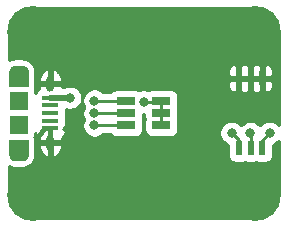
<source format=gbr>
G04 #@! TF.GenerationSoftware,KiCad,Pcbnew,(5.1.9)-1*
G04 #@! TF.CreationDate,2021-01-18T01:03:21-08:00*
G04 #@! TF.ProjectId,AnalogFaderV1,416e616c-6f67-4466-9164-657256312e6b,rev?*
G04 #@! TF.SameCoordinates,Original*
G04 #@! TF.FileFunction,Copper,L1,Top*
G04 #@! TF.FilePolarity,Positive*
%FSLAX46Y46*%
G04 Gerber Fmt 4.6, Leading zero omitted, Abs format (unit mm)*
G04 Created by KiCad (PCBNEW (5.1.9)-1) date 2021-01-18 01:03:21*
%MOMM*%
%LPD*%
G01*
G04 APERTURE LIST*
G04 #@! TA.AperFunction,EtchedComponent*
%ADD10C,0.001000*%
G04 #@! TD*
G04 #@! TA.AperFunction,ComponentPad*
%ADD11C,4.399999*%
G04 #@! TD*
G04 #@! TA.AperFunction,SMDPad,CuDef*
%ADD12R,1.350000X0.400000*%
G04 #@! TD*
G04 #@! TA.AperFunction,ComponentPad*
%ADD13O,0.650000X1.300000*%
G04 #@! TD*
G04 #@! TA.AperFunction,ComponentPad*
%ADD14O,1.550000X0.775000*%
G04 #@! TD*
G04 #@! TA.AperFunction,SMDPad,CuDef*
%ADD15R,1.550000X1.500000*%
G04 #@! TD*
G04 #@! TA.AperFunction,SMDPad,CuDef*
%ADD16R,0.500000X1.200000*%
G04 #@! TD*
G04 #@! TA.AperFunction,SMDPad,CuDef*
%ADD17R,1.600000X0.700000*%
G04 #@! TD*
G04 #@! TA.AperFunction,ViaPad*
%ADD18C,0.800000*%
G04 #@! TD*
G04 #@! TA.AperFunction,Conductor*
%ADD19C,0.457200*%
G04 #@! TD*
G04 #@! TA.AperFunction,Conductor*
%ADD20C,0.250000*%
G04 #@! TD*
G04 #@! TA.AperFunction,Conductor*
%ADD21C,0.482600*%
G04 #@! TD*
G04 #@! TA.AperFunction,Conductor*
%ADD22C,0.254000*%
G04 #@! TD*
G04 #@! TA.AperFunction,Conductor*
%ADD23C,0.100000*%
G04 #@! TD*
G04 APERTURE END LIST*
D10*
G36*
X112486900Y-46589900D02*
G01*
X110931900Y-46589900D01*
X110931900Y-45392400D01*
X111131900Y-45392400D01*
X111132238Y-45404169D01*
X111133260Y-45417152D01*
X111134959Y-45430064D01*
X111137333Y-45442869D01*
X111140373Y-45455532D01*
X111144072Y-45468019D01*
X111148419Y-45480295D01*
X111153403Y-45492327D01*
X111159009Y-45504082D01*
X111165223Y-45515527D01*
X111172028Y-45526631D01*
X111179404Y-45537363D01*
X111187333Y-45547695D01*
X111195790Y-45557598D01*
X111204755Y-45567045D01*
X111214202Y-45576010D01*
X111224105Y-45584467D01*
X111234437Y-45592396D01*
X111245169Y-45599772D01*
X111256273Y-45606577D01*
X111267718Y-45612791D01*
X111279473Y-45618397D01*
X111291505Y-45623381D01*
X111303781Y-45627728D01*
X111316268Y-45631427D01*
X111328931Y-45634467D01*
X111341736Y-45636841D01*
X111354648Y-45638540D01*
X111367631Y-45639562D01*
X111381900Y-45639900D01*
X111391900Y-45639900D01*
X112021900Y-45639900D01*
X112031900Y-45639900D01*
X112044984Y-45639557D01*
X112058032Y-45638530D01*
X112071009Y-45636822D01*
X112083878Y-45634437D01*
X112096605Y-45631381D01*
X112109154Y-45627664D01*
X112121492Y-45623295D01*
X112133584Y-45618286D01*
X112145398Y-45612652D01*
X112156900Y-45606406D01*
X112168060Y-45599568D01*
X112178846Y-45592154D01*
X112189230Y-45584186D01*
X112199183Y-45575686D01*
X112208677Y-45566677D01*
X112217686Y-45557183D01*
X112226186Y-45547230D01*
X112234154Y-45536846D01*
X112241568Y-45526060D01*
X112248406Y-45514900D01*
X112254652Y-45503398D01*
X112260286Y-45491584D01*
X112265295Y-45479492D01*
X112269664Y-45467154D01*
X112273381Y-45454605D01*
X112276437Y-45441878D01*
X112278822Y-45429009D01*
X112280530Y-45416032D01*
X112281557Y-45402984D01*
X112281900Y-45389900D01*
X112281557Y-45376816D01*
X112280530Y-45363768D01*
X112278822Y-45350791D01*
X112276437Y-45337922D01*
X112273381Y-45325195D01*
X112269664Y-45312646D01*
X112265295Y-45300308D01*
X112260286Y-45288216D01*
X112254652Y-45276402D01*
X112248406Y-45264900D01*
X112241568Y-45253740D01*
X112234154Y-45242954D01*
X112226186Y-45232570D01*
X112217686Y-45222617D01*
X112208677Y-45213123D01*
X112199183Y-45204114D01*
X112189230Y-45195614D01*
X112178846Y-45187646D01*
X112168060Y-45180232D01*
X112156900Y-45173394D01*
X112145398Y-45167148D01*
X112133584Y-45161514D01*
X112121492Y-45156505D01*
X112109154Y-45152136D01*
X112096605Y-45148419D01*
X112083878Y-45145363D01*
X112071009Y-45142978D01*
X112058032Y-45141270D01*
X112044984Y-45140243D01*
X112031900Y-45139900D01*
X111381900Y-45139900D01*
X111367631Y-45140238D01*
X111354648Y-45141260D01*
X111341736Y-45142959D01*
X111328931Y-45145333D01*
X111316268Y-45148373D01*
X111303781Y-45152072D01*
X111291505Y-45156419D01*
X111279473Y-45161403D01*
X111267718Y-45167009D01*
X111256273Y-45173223D01*
X111245169Y-45180028D01*
X111234437Y-45187404D01*
X111224105Y-45195333D01*
X111214202Y-45203790D01*
X111204755Y-45212755D01*
X111195790Y-45222202D01*
X111187333Y-45232105D01*
X111179404Y-45242437D01*
X111172028Y-45253169D01*
X111165223Y-45264273D01*
X111159009Y-45275718D01*
X111153403Y-45287473D01*
X111148419Y-45299505D01*
X111144072Y-45311781D01*
X111140373Y-45324268D01*
X111137333Y-45336931D01*
X111134959Y-45349736D01*
X111133260Y-45362648D01*
X111132238Y-45375631D01*
X111131900Y-45387400D01*
X110931900Y-45387400D01*
X110932582Y-45362547D01*
X110934631Y-45336516D01*
X110938039Y-45310628D01*
X110942797Y-45284954D01*
X110948893Y-45259564D01*
X110956309Y-45234527D01*
X110965025Y-45209913D01*
X110975018Y-45185789D01*
X110986259Y-45162222D01*
X110998718Y-45139274D01*
X111012362Y-45117010D01*
X111027152Y-45095491D01*
X111043047Y-45074775D01*
X111060005Y-45054920D01*
X111077979Y-45035979D01*
X111096920Y-45018005D01*
X111116775Y-45001047D01*
X111137491Y-44985152D01*
X111159010Y-44970362D01*
X111181274Y-44956718D01*
X111204222Y-44944259D01*
X111227789Y-44933018D01*
X111251913Y-44923025D01*
X111276527Y-44914309D01*
X111301564Y-44906893D01*
X111326954Y-44900797D01*
X111352628Y-44896039D01*
X111378516Y-44892631D01*
X111404547Y-44890582D01*
X111431900Y-44889900D01*
X111981900Y-44889900D01*
X112008068Y-44890585D01*
X112034164Y-44892639D01*
X112060117Y-44896056D01*
X112085856Y-44900826D01*
X112111310Y-44906937D01*
X112136408Y-44914372D01*
X112161084Y-44923110D01*
X112185268Y-44933127D01*
X112208895Y-44944397D01*
X112231900Y-44956887D01*
X112254220Y-44970565D01*
X112275793Y-44985392D01*
X112296560Y-45001327D01*
X112316465Y-45018328D01*
X112335453Y-45036347D01*
X112353472Y-45055335D01*
X112370473Y-45075240D01*
X112386408Y-45096007D01*
X112401235Y-45117580D01*
X112414913Y-45139900D01*
X112427403Y-45162905D01*
X112438673Y-45186532D01*
X112448690Y-45210716D01*
X112457428Y-45235392D01*
X112464863Y-45260490D01*
X112470974Y-45285944D01*
X112475744Y-45311683D01*
X112479161Y-45337636D01*
X112481215Y-45363732D01*
X112481900Y-45389900D01*
X112481900Y-46584900D01*
X112486900Y-46584900D01*
X112486900Y-46589900D01*
G37*
X112486900Y-46589900D02*
X110931900Y-46589900D01*
X110931900Y-45392400D01*
X111131900Y-45392400D01*
X111132238Y-45404169D01*
X111133260Y-45417152D01*
X111134959Y-45430064D01*
X111137333Y-45442869D01*
X111140373Y-45455532D01*
X111144072Y-45468019D01*
X111148419Y-45480295D01*
X111153403Y-45492327D01*
X111159009Y-45504082D01*
X111165223Y-45515527D01*
X111172028Y-45526631D01*
X111179404Y-45537363D01*
X111187333Y-45547695D01*
X111195790Y-45557598D01*
X111204755Y-45567045D01*
X111214202Y-45576010D01*
X111224105Y-45584467D01*
X111234437Y-45592396D01*
X111245169Y-45599772D01*
X111256273Y-45606577D01*
X111267718Y-45612791D01*
X111279473Y-45618397D01*
X111291505Y-45623381D01*
X111303781Y-45627728D01*
X111316268Y-45631427D01*
X111328931Y-45634467D01*
X111341736Y-45636841D01*
X111354648Y-45638540D01*
X111367631Y-45639562D01*
X111381900Y-45639900D01*
X111391900Y-45639900D01*
X112021900Y-45639900D01*
X112031900Y-45639900D01*
X112044984Y-45639557D01*
X112058032Y-45638530D01*
X112071009Y-45636822D01*
X112083878Y-45634437D01*
X112096605Y-45631381D01*
X112109154Y-45627664D01*
X112121492Y-45623295D01*
X112133584Y-45618286D01*
X112145398Y-45612652D01*
X112156900Y-45606406D01*
X112168060Y-45599568D01*
X112178846Y-45592154D01*
X112189230Y-45584186D01*
X112199183Y-45575686D01*
X112208677Y-45566677D01*
X112217686Y-45557183D01*
X112226186Y-45547230D01*
X112234154Y-45536846D01*
X112241568Y-45526060D01*
X112248406Y-45514900D01*
X112254652Y-45503398D01*
X112260286Y-45491584D01*
X112265295Y-45479492D01*
X112269664Y-45467154D01*
X112273381Y-45454605D01*
X112276437Y-45441878D01*
X112278822Y-45429009D01*
X112280530Y-45416032D01*
X112281557Y-45402984D01*
X112281900Y-45389900D01*
X112281557Y-45376816D01*
X112280530Y-45363768D01*
X112278822Y-45350791D01*
X112276437Y-45337922D01*
X112273381Y-45325195D01*
X112269664Y-45312646D01*
X112265295Y-45300308D01*
X112260286Y-45288216D01*
X112254652Y-45276402D01*
X112248406Y-45264900D01*
X112241568Y-45253740D01*
X112234154Y-45242954D01*
X112226186Y-45232570D01*
X112217686Y-45222617D01*
X112208677Y-45213123D01*
X112199183Y-45204114D01*
X112189230Y-45195614D01*
X112178846Y-45187646D01*
X112168060Y-45180232D01*
X112156900Y-45173394D01*
X112145398Y-45167148D01*
X112133584Y-45161514D01*
X112121492Y-45156505D01*
X112109154Y-45152136D01*
X112096605Y-45148419D01*
X112083878Y-45145363D01*
X112071009Y-45142978D01*
X112058032Y-45141270D01*
X112044984Y-45140243D01*
X112031900Y-45139900D01*
X111381900Y-45139900D01*
X111367631Y-45140238D01*
X111354648Y-45141260D01*
X111341736Y-45142959D01*
X111328931Y-45145333D01*
X111316268Y-45148373D01*
X111303781Y-45152072D01*
X111291505Y-45156419D01*
X111279473Y-45161403D01*
X111267718Y-45167009D01*
X111256273Y-45173223D01*
X111245169Y-45180028D01*
X111234437Y-45187404D01*
X111224105Y-45195333D01*
X111214202Y-45203790D01*
X111204755Y-45212755D01*
X111195790Y-45222202D01*
X111187333Y-45232105D01*
X111179404Y-45242437D01*
X111172028Y-45253169D01*
X111165223Y-45264273D01*
X111159009Y-45275718D01*
X111153403Y-45287473D01*
X111148419Y-45299505D01*
X111144072Y-45311781D01*
X111140373Y-45324268D01*
X111137333Y-45336931D01*
X111134959Y-45349736D01*
X111133260Y-45362648D01*
X111132238Y-45375631D01*
X111131900Y-45387400D01*
X110931900Y-45387400D01*
X110932582Y-45362547D01*
X110934631Y-45336516D01*
X110938039Y-45310628D01*
X110942797Y-45284954D01*
X110948893Y-45259564D01*
X110956309Y-45234527D01*
X110965025Y-45209913D01*
X110975018Y-45185789D01*
X110986259Y-45162222D01*
X110998718Y-45139274D01*
X111012362Y-45117010D01*
X111027152Y-45095491D01*
X111043047Y-45074775D01*
X111060005Y-45054920D01*
X111077979Y-45035979D01*
X111096920Y-45018005D01*
X111116775Y-45001047D01*
X111137491Y-44985152D01*
X111159010Y-44970362D01*
X111181274Y-44956718D01*
X111204222Y-44944259D01*
X111227789Y-44933018D01*
X111251913Y-44923025D01*
X111276527Y-44914309D01*
X111301564Y-44906893D01*
X111326954Y-44900797D01*
X111352628Y-44896039D01*
X111378516Y-44892631D01*
X111404547Y-44890582D01*
X111431900Y-44889900D01*
X111981900Y-44889900D01*
X112008068Y-44890585D01*
X112034164Y-44892639D01*
X112060117Y-44896056D01*
X112085856Y-44900826D01*
X112111310Y-44906937D01*
X112136408Y-44914372D01*
X112161084Y-44923110D01*
X112185268Y-44933127D01*
X112208895Y-44944397D01*
X112231900Y-44956887D01*
X112254220Y-44970565D01*
X112275793Y-44985392D01*
X112296560Y-45001327D01*
X112316465Y-45018328D01*
X112335453Y-45036347D01*
X112353472Y-45055335D01*
X112370473Y-45075240D01*
X112386408Y-45096007D01*
X112401235Y-45117580D01*
X112414913Y-45139900D01*
X112427403Y-45162905D01*
X112438673Y-45186532D01*
X112448690Y-45210716D01*
X112457428Y-45235392D01*
X112464863Y-45260490D01*
X112470974Y-45285944D01*
X112475744Y-45311683D01*
X112479161Y-45337636D01*
X112481215Y-45363732D01*
X112481900Y-45389900D01*
X112481900Y-46584900D01*
X112486900Y-46584900D01*
X112486900Y-46589900D01*
G36*
X110926900Y-51189900D02*
G01*
X112481900Y-51189900D01*
X112481900Y-52387400D01*
X112281900Y-52387400D01*
X112281562Y-52375631D01*
X112280540Y-52362648D01*
X112278841Y-52349736D01*
X112276467Y-52336931D01*
X112273427Y-52324268D01*
X112269728Y-52311781D01*
X112265381Y-52299505D01*
X112260397Y-52287473D01*
X112254791Y-52275718D01*
X112248577Y-52264273D01*
X112241772Y-52253169D01*
X112234396Y-52242437D01*
X112226467Y-52232105D01*
X112218010Y-52222202D01*
X112209045Y-52212755D01*
X112199598Y-52203790D01*
X112189695Y-52195333D01*
X112179363Y-52187404D01*
X112168631Y-52180028D01*
X112157527Y-52173223D01*
X112146082Y-52167009D01*
X112134327Y-52161403D01*
X112122295Y-52156419D01*
X112110019Y-52152072D01*
X112097532Y-52148373D01*
X112084869Y-52145333D01*
X112072064Y-52142959D01*
X112059152Y-52141260D01*
X112046169Y-52140238D01*
X112031900Y-52139900D01*
X112021900Y-52139900D01*
X111391900Y-52139900D01*
X111381900Y-52139900D01*
X111368816Y-52140243D01*
X111355768Y-52141270D01*
X111342791Y-52142978D01*
X111329922Y-52145363D01*
X111317195Y-52148419D01*
X111304646Y-52152136D01*
X111292308Y-52156505D01*
X111280216Y-52161514D01*
X111268402Y-52167148D01*
X111256900Y-52173394D01*
X111245740Y-52180232D01*
X111234954Y-52187646D01*
X111224570Y-52195614D01*
X111214617Y-52204114D01*
X111205123Y-52213123D01*
X111196114Y-52222617D01*
X111187614Y-52232570D01*
X111179646Y-52242954D01*
X111172232Y-52253740D01*
X111165394Y-52264900D01*
X111159148Y-52276402D01*
X111153514Y-52288216D01*
X111148505Y-52300308D01*
X111144136Y-52312646D01*
X111140419Y-52325195D01*
X111137363Y-52337922D01*
X111134978Y-52350791D01*
X111133270Y-52363768D01*
X111132243Y-52376816D01*
X111131900Y-52389900D01*
X111132243Y-52402984D01*
X111133270Y-52416032D01*
X111134978Y-52429009D01*
X111137363Y-52441878D01*
X111140419Y-52454605D01*
X111144136Y-52467154D01*
X111148505Y-52479492D01*
X111153514Y-52491584D01*
X111159148Y-52503398D01*
X111165394Y-52514900D01*
X111172232Y-52526060D01*
X111179646Y-52536846D01*
X111187614Y-52547230D01*
X111196114Y-52557183D01*
X111205123Y-52566677D01*
X111214617Y-52575686D01*
X111224570Y-52584186D01*
X111234954Y-52592154D01*
X111245740Y-52599568D01*
X111256900Y-52606406D01*
X111268402Y-52612652D01*
X111280216Y-52618286D01*
X111292308Y-52623295D01*
X111304646Y-52627664D01*
X111317195Y-52631381D01*
X111329922Y-52634437D01*
X111342791Y-52636822D01*
X111355768Y-52638530D01*
X111368816Y-52639557D01*
X111381900Y-52639900D01*
X112031900Y-52639900D01*
X112046169Y-52639562D01*
X112059152Y-52638540D01*
X112072064Y-52636841D01*
X112084869Y-52634467D01*
X112097532Y-52631427D01*
X112110019Y-52627728D01*
X112122295Y-52623381D01*
X112134327Y-52618397D01*
X112146082Y-52612791D01*
X112157527Y-52606577D01*
X112168631Y-52599772D01*
X112179363Y-52592396D01*
X112189695Y-52584467D01*
X112199598Y-52576010D01*
X112209045Y-52567045D01*
X112218010Y-52557598D01*
X112226467Y-52547695D01*
X112234396Y-52537363D01*
X112241772Y-52526631D01*
X112248577Y-52515527D01*
X112254791Y-52504082D01*
X112260397Y-52492327D01*
X112265381Y-52480295D01*
X112269728Y-52468019D01*
X112273427Y-52455532D01*
X112276467Y-52442869D01*
X112278841Y-52430064D01*
X112280540Y-52417152D01*
X112281562Y-52404169D01*
X112281900Y-52392400D01*
X112481900Y-52392400D01*
X112481218Y-52417253D01*
X112479169Y-52443284D01*
X112475761Y-52469172D01*
X112471003Y-52494846D01*
X112464907Y-52520236D01*
X112457491Y-52545273D01*
X112448775Y-52569887D01*
X112438782Y-52594011D01*
X112427541Y-52617578D01*
X112415082Y-52640526D01*
X112401438Y-52662790D01*
X112386648Y-52684309D01*
X112370753Y-52705025D01*
X112353795Y-52724880D01*
X112335821Y-52743821D01*
X112316880Y-52761795D01*
X112297025Y-52778753D01*
X112276309Y-52794648D01*
X112254790Y-52809438D01*
X112232526Y-52823082D01*
X112209578Y-52835541D01*
X112186011Y-52846782D01*
X112161887Y-52856775D01*
X112137273Y-52865491D01*
X112112236Y-52872907D01*
X112086846Y-52879003D01*
X112061172Y-52883761D01*
X112035284Y-52887169D01*
X112009253Y-52889218D01*
X111981900Y-52889900D01*
X111431900Y-52889900D01*
X111405732Y-52889215D01*
X111379636Y-52887161D01*
X111353683Y-52883744D01*
X111327944Y-52878974D01*
X111302490Y-52872863D01*
X111277392Y-52865428D01*
X111252716Y-52856690D01*
X111228532Y-52846673D01*
X111204905Y-52835403D01*
X111181900Y-52822913D01*
X111159580Y-52809235D01*
X111138007Y-52794408D01*
X111117240Y-52778473D01*
X111097335Y-52761472D01*
X111078347Y-52743453D01*
X111060328Y-52724465D01*
X111043327Y-52704560D01*
X111027392Y-52683793D01*
X111012565Y-52662220D01*
X110998887Y-52639900D01*
X110986397Y-52616895D01*
X110975127Y-52593268D01*
X110965110Y-52569084D01*
X110956372Y-52544408D01*
X110948937Y-52519310D01*
X110942826Y-52493856D01*
X110938056Y-52468117D01*
X110934639Y-52442164D01*
X110932585Y-52416068D01*
X110931900Y-52389900D01*
X110931900Y-51194900D01*
X110926900Y-51194900D01*
X110926900Y-51189900D01*
G37*
X110926900Y-51189900D02*
X112481900Y-51189900D01*
X112481900Y-52387400D01*
X112281900Y-52387400D01*
X112281562Y-52375631D01*
X112280540Y-52362648D01*
X112278841Y-52349736D01*
X112276467Y-52336931D01*
X112273427Y-52324268D01*
X112269728Y-52311781D01*
X112265381Y-52299505D01*
X112260397Y-52287473D01*
X112254791Y-52275718D01*
X112248577Y-52264273D01*
X112241772Y-52253169D01*
X112234396Y-52242437D01*
X112226467Y-52232105D01*
X112218010Y-52222202D01*
X112209045Y-52212755D01*
X112199598Y-52203790D01*
X112189695Y-52195333D01*
X112179363Y-52187404D01*
X112168631Y-52180028D01*
X112157527Y-52173223D01*
X112146082Y-52167009D01*
X112134327Y-52161403D01*
X112122295Y-52156419D01*
X112110019Y-52152072D01*
X112097532Y-52148373D01*
X112084869Y-52145333D01*
X112072064Y-52142959D01*
X112059152Y-52141260D01*
X112046169Y-52140238D01*
X112031900Y-52139900D01*
X112021900Y-52139900D01*
X111391900Y-52139900D01*
X111381900Y-52139900D01*
X111368816Y-52140243D01*
X111355768Y-52141270D01*
X111342791Y-52142978D01*
X111329922Y-52145363D01*
X111317195Y-52148419D01*
X111304646Y-52152136D01*
X111292308Y-52156505D01*
X111280216Y-52161514D01*
X111268402Y-52167148D01*
X111256900Y-52173394D01*
X111245740Y-52180232D01*
X111234954Y-52187646D01*
X111224570Y-52195614D01*
X111214617Y-52204114D01*
X111205123Y-52213123D01*
X111196114Y-52222617D01*
X111187614Y-52232570D01*
X111179646Y-52242954D01*
X111172232Y-52253740D01*
X111165394Y-52264900D01*
X111159148Y-52276402D01*
X111153514Y-52288216D01*
X111148505Y-52300308D01*
X111144136Y-52312646D01*
X111140419Y-52325195D01*
X111137363Y-52337922D01*
X111134978Y-52350791D01*
X111133270Y-52363768D01*
X111132243Y-52376816D01*
X111131900Y-52389900D01*
X111132243Y-52402984D01*
X111133270Y-52416032D01*
X111134978Y-52429009D01*
X111137363Y-52441878D01*
X111140419Y-52454605D01*
X111144136Y-52467154D01*
X111148505Y-52479492D01*
X111153514Y-52491584D01*
X111159148Y-52503398D01*
X111165394Y-52514900D01*
X111172232Y-52526060D01*
X111179646Y-52536846D01*
X111187614Y-52547230D01*
X111196114Y-52557183D01*
X111205123Y-52566677D01*
X111214617Y-52575686D01*
X111224570Y-52584186D01*
X111234954Y-52592154D01*
X111245740Y-52599568D01*
X111256900Y-52606406D01*
X111268402Y-52612652D01*
X111280216Y-52618286D01*
X111292308Y-52623295D01*
X111304646Y-52627664D01*
X111317195Y-52631381D01*
X111329922Y-52634437D01*
X111342791Y-52636822D01*
X111355768Y-52638530D01*
X111368816Y-52639557D01*
X111381900Y-52639900D01*
X112031900Y-52639900D01*
X112046169Y-52639562D01*
X112059152Y-52638540D01*
X112072064Y-52636841D01*
X112084869Y-52634467D01*
X112097532Y-52631427D01*
X112110019Y-52627728D01*
X112122295Y-52623381D01*
X112134327Y-52618397D01*
X112146082Y-52612791D01*
X112157527Y-52606577D01*
X112168631Y-52599772D01*
X112179363Y-52592396D01*
X112189695Y-52584467D01*
X112199598Y-52576010D01*
X112209045Y-52567045D01*
X112218010Y-52557598D01*
X112226467Y-52547695D01*
X112234396Y-52537363D01*
X112241772Y-52526631D01*
X112248577Y-52515527D01*
X112254791Y-52504082D01*
X112260397Y-52492327D01*
X112265381Y-52480295D01*
X112269728Y-52468019D01*
X112273427Y-52455532D01*
X112276467Y-52442869D01*
X112278841Y-52430064D01*
X112280540Y-52417152D01*
X112281562Y-52404169D01*
X112281900Y-52392400D01*
X112481900Y-52392400D01*
X112481218Y-52417253D01*
X112479169Y-52443284D01*
X112475761Y-52469172D01*
X112471003Y-52494846D01*
X112464907Y-52520236D01*
X112457491Y-52545273D01*
X112448775Y-52569887D01*
X112438782Y-52594011D01*
X112427541Y-52617578D01*
X112415082Y-52640526D01*
X112401438Y-52662790D01*
X112386648Y-52684309D01*
X112370753Y-52705025D01*
X112353795Y-52724880D01*
X112335821Y-52743821D01*
X112316880Y-52761795D01*
X112297025Y-52778753D01*
X112276309Y-52794648D01*
X112254790Y-52809438D01*
X112232526Y-52823082D01*
X112209578Y-52835541D01*
X112186011Y-52846782D01*
X112161887Y-52856775D01*
X112137273Y-52865491D01*
X112112236Y-52872907D01*
X112086846Y-52879003D01*
X112061172Y-52883761D01*
X112035284Y-52887169D01*
X112009253Y-52889218D01*
X111981900Y-52889900D01*
X111431900Y-52889900D01*
X111405732Y-52889215D01*
X111379636Y-52887161D01*
X111353683Y-52883744D01*
X111327944Y-52878974D01*
X111302490Y-52872863D01*
X111277392Y-52865428D01*
X111252716Y-52856690D01*
X111228532Y-52846673D01*
X111204905Y-52835403D01*
X111181900Y-52822913D01*
X111159580Y-52809235D01*
X111138007Y-52794408D01*
X111117240Y-52778473D01*
X111097335Y-52761472D01*
X111078347Y-52743453D01*
X111060328Y-52724465D01*
X111043327Y-52704560D01*
X111027392Y-52683793D01*
X111012565Y-52662220D01*
X110998887Y-52639900D01*
X110986397Y-52616895D01*
X110975127Y-52593268D01*
X110965110Y-52569084D01*
X110956372Y-52544408D01*
X110948937Y-52519310D01*
X110942826Y-52493856D01*
X110938056Y-52468117D01*
X110934639Y-52442164D01*
X110932585Y-52416068D01*
X110931900Y-52389900D01*
X110931900Y-51194900D01*
X110926900Y-51194900D01*
X110926900Y-51189900D01*
D11*
X112915700Y-55791100D03*
X131749800Y-55791100D03*
X131749800Y-41986200D03*
X112915700Y-41986200D03*
D12*
X114406900Y-47589900D03*
X114406900Y-48239900D03*
X114406900Y-48889900D03*
X114406900Y-49539900D03*
X114406900Y-50189900D03*
D13*
X114406900Y-46389900D03*
X114406900Y-51389900D03*
D14*
X111706900Y-45389900D03*
D15*
X111706900Y-47889900D03*
X111706900Y-49889900D03*
D14*
X111706900Y-52389900D03*
D16*
X130343400Y-45957700D03*
X131343400Y-45957700D03*
X132343400Y-45957700D03*
X130343400Y-51857700D03*
X131343400Y-51857700D03*
X132343400Y-51857700D03*
D17*
X120801000Y-47832300D03*
X120801000Y-48882300D03*
X120801000Y-49932300D03*
X123801000Y-47832300D03*
X123801000Y-48882300D03*
X123801000Y-49932300D03*
D18*
X122326400Y-46596300D03*
X119799100Y-46596300D03*
X119392700Y-51409600D03*
X124015500Y-51460400D03*
X126568200Y-46291500D03*
X118122700Y-47828200D03*
X118122700Y-48907700D03*
X122288300Y-47917100D03*
X116039900Y-47586900D03*
X132969000Y-50558700D03*
X131330700Y-50584100D03*
X129743200Y-50571400D03*
X118122700Y-49936400D03*
D19*
X114406900Y-50189900D02*
X114406900Y-51389900D01*
X114406900Y-50189900D02*
X113944900Y-50189900D01*
X113944900Y-50189900D02*
X113347500Y-50787300D01*
X113347500Y-50787300D02*
X113347500Y-52311300D01*
X113347500Y-52311300D02*
X113855500Y-52819300D01*
X117983000Y-52819300D02*
X119392700Y-51409600D01*
X113855500Y-52819300D02*
X117983000Y-52819300D01*
D20*
X118126800Y-47832300D02*
X118122700Y-47828200D01*
X120801000Y-47832300D02*
X118126800Y-47832300D01*
X118872000Y-48882300D02*
X120801000Y-48882300D01*
X118148100Y-48882300D02*
X118122700Y-48907700D01*
X120801000Y-48882300D02*
X118148100Y-48882300D01*
X123801000Y-47832300D02*
X123801000Y-48882300D01*
X123801000Y-48882300D02*
X123801000Y-49932300D01*
X123716200Y-47917100D02*
X123801000Y-47832300D01*
X122288300Y-47917100D02*
X123716200Y-47917100D01*
X116036900Y-47589900D02*
X116039900Y-47586900D01*
D21*
X114406900Y-47589900D02*
X116036900Y-47589900D01*
D20*
X132343400Y-51184300D02*
X132969000Y-50558700D01*
X132343400Y-51857700D02*
X132343400Y-51184300D01*
X131343400Y-50622200D02*
X131330700Y-50609500D01*
X131343400Y-51857700D02*
X131343400Y-50622200D01*
X130343400Y-51171600D02*
X129743200Y-50571400D01*
X130343400Y-51857700D02*
X130343400Y-51171600D01*
X118126800Y-49932300D02*
X118122700Y-49936400D01*
X120801000Y-49932300D02*
X118126800Y-49932300D01*
D22*
X131811625Y-40015072D02*
X133698948Y-41706817D01*
X133731400Y-42015582D01*
X133731401Y-49857390D01*
X133628774Y-49754763D01*
X133459256Y-49641495D01*
X133270898Y-49563474D01*
X133070939Y-49523700D01*
X132867061Y-49523700D01*
X132667102Y-49563474D01*
X132478744Y-49641495D01*
X132309226Y-49754763D01*
X132165063Y-49898926D01*
X132141364Y-49934394D01*
X132134637Y-49924326D01*
X131990474Y-49780163D01*
X131820956Y-49666895D01*
X131632598Y-49588874D01*
X131432639Y-49549100D01*
X131228761Y-49549100D01*
X131028802Y-49588874D01*
X130840444Y-49666895D01*
X130670926Y-49780163D01*
X130543300Y-49907789D01*
X130402974Y-49767463D01*
X130233456Y-49654195D01*
X130045098Y-49576174D01*
X129845139Y-49536400D01*
X129641261Y-49536400D01*
X129441302Y-49576174D01*
X129252944Y-49654195D01*
X129083426Y-49767463D01*
X128939263Y-49911626D01*
X128825995Y-50081144D01*
X128747974Y-50269502D01*
X128708200Y-50469461D01*
X128708200Y-50673339D01*
X128747974Y-50873298D01*
X128825995Y-51061656D01*
X128939263Y-51231174D01*
X129083426Y-51375337D01*
X129252944Y-51488605D01*
X129441302Y-51566626D01*
X129455328Y-51569416D01*
X129455328Y-52457700D01*
X129467588Y-52582182D01*
X129503898Y-52701880D01*
X129562863Y-52812194D01*
X129642215Y-52908885D01*
X129738906Y-52988237D01*
X129849220Y-53047202D01*
X129968918Y-53083512D01*
X130093400Y-53095772D01*
X130593400Y-53095772D01*
X130717882Y-53083512D01*
X130837580Y-53047202D01*
X130843400Y-53044091D01*
X130849220Y-53047202D01*
X130968918Y-53083512D01*
X131093400Y-53095772D01*
X131593400Y-53095772D01*
X131717882Y-53083512D01*
X131837580Y-53047202D01*
X131843400Y-53044091D01*
X131849220Y-53047202D01*
X131968918Y-53083512D01*
X132093400Y-53095772D01*
X132593400Y-53095772D01*
X132717882Y-53083512D01*
X132837580Y-53047202D01*
X132947894Y-52988237D01*
X133044585Y-52908885D01*
X133123937Y-52812194D01*
X133182902Y-52701880D01*
X133219212Y-52582182D01*
X133231472Y-52457700D01*
X133231472Y-51561768D01*
X133270898Y-51553926D01*
X133459256Y-51475905D01*
X133628774Y-51362637D01*
X133731401Y-51260010D01*
X133731401Y-55746111D01*
X133699658Y-56069846D01*
X131810505Y-57763232D01*
X131720418Y-57772700D01*
X112947979Y-57772700D01*
X112855435Y-57763626D01*
X110952531Y-56057915D01*
X110921400Y-55761718D01*
X110921400Y-53403918D01*
X110923323Y-53405115D01*
X110931305Y-53408991D01*
X110954932Y-53420261D01*
X110966446Y-53424429D01*
X110977170Y-53430349D01*
X110985344Y-53433801D01*
X111009527Y-53443818D01*
X111021235Y-53447375D01*
X111032243Y-53452720D01*
X111040587Y-53455740D01*
X111065262Y-53464478D01*
X111077131Y-53467415D01*
X111088396Y-53472174D01*
X111096886Y-53474754D01*
X111121984Y-53482189D01*
X111134010Y-53484505D01*
X111145521Y-53488672D01*
X111154135Y-53490804D01*
X111179588Y-53496915D01*
X111191716Y-53498598D01*
X111203431Y-53502157D01*
X111212144Y-53503834D01*
X111237882Y-53508604D01*
X111250064Y-53509648D01*
X111261939Y-53512587D01*
X111270728Y-53513807D01*
X111296681Y-53517224D01*
X111308913Y-53517630D01*
X111320930Y-53519944D01*
X111329770Y-53520702D01*
X111355867Y-53522756D01*
X111368111Y-53522521D01*
X111380234Y-53524203D01*
X111389102Y-53524497D01*
X111415270Y-53525182D01*
X111419154Y-53524904D01*
X111423027Y-53525338D01*
X111431900Y-53525400D01*
X111981900Y-53525400D01*
X111985381Y-53525059D01*
X111988868Y-53525362D01*
X111997740Y-53525203D01*
X112025094Y-53524521D01*
X112037641Y-53522974D01*
X112050271Y-53523393D01*
X112059121Y-53522758D01*
X112085153Y-53520709D01*
X112097190Y-53518565D01*
X112109423Y-53518330D01*
X112118228Y-53517233D01*
X112144116Y-53513825D01*
X112156034Y-53511052D01*
X112168238Y-53510177D01*
X112176973Y-53508621D01*
X112202647Y-53503863D01*
X112214413Y-53500467D01*
X112226567Y-53498953D01*
X112235210Y-53496942D01*
X112260600Y-53490846D01*
X112272159Y-53486843D01*
X112284196Y-53484699D01*
X112292721Y-53482239D01*
X112317758Y-53474823D01*
X112329098Y-53470219D01*
X112341017Y-53467445D01*
X112349401Y-53464542D01*
X112374016Y-53455826D01*
X112385110Y-53450629D01*
X112396872Y-53447234D01*
X112405093Y-53443896D01*
X112429217Y-53433903D01*
X112440007Y-53428142D01*
X112451568Y-53424138D01*
X112459603Y-53420374D01*
X112483170Y-53409133D01*
X112493642Y-53402816D01*
X112504971Y-53398216D01*
X112512798Y-53394037D01*
X112535746Y-53381578D01*
X112545890Y-53374711D01*
X112556987Y-53369512D01*
X112564585Y-53364928D01*
X112586848Y-53351284D01*
X112596607Y-53343903D01*
X112607400Y-53338140D01*
X112614748Y-53333166D01*
X112636267Y-53318375D01*
X112645617Y-53310501D01*
X112656085Y-53304187D01*
X112663162Y-53298835D01*
X112683878Y-53282940D01*
X112692820Y-53274573D01*
X112702965Y-53267704D01*
X112709752Y-53261988D01*
X112729607Y-53245030D01*
X112738088Y-53236217D01*
X112747846Y-53228837D01*
X112754325Y-53222775D01*
X112773266Y-53204800D01*
X112781280Y-53195549D01*
X112790648Y-53187660D01*
X112796801Y-53181266D01*
X112814775Y-53162325D01*
X112822290Y-53152672D01*
X112831221Y-53144314D01*
X112837030Y-53137607D01*
X112853988Y-53117753D01*
X112860997Y-53107706D01*
X112869490Y-53098880D01*
X112874940Y-53091878D01*
X112890835Y-53071163D01*
X112897295Y-53060784D01*
X112905299Y-53051544D01*
X112910376Y-53044267D01*
X112925166Y-53022747D01*
X112931078Y-53012037D01*
X112938595Y-53002382D01*
X112943284Y-52994849D01*
X112956928Y-52972585D01*
X112962279Y-52961565D01*
X112969290Y-52951515D01*
X112973578Y-52943746D01*
X112986037Y-52920798D01*
X112990795Y-52909534D01*
X112997257Y-52899152D01*
X113001133Y-52891170D01*
X113012374Y-52867603D01*
X113016538Y-52856100D01*
X113022450Y-52845391D01*
X113025903Y-52837217D01*
X113035896Y-52813093D01*
X113039455Y-52801378D01*
X113044806Y-52790359D01*
X113047826Y-52782015D01*
X113056542Y-52757401D01*
X113059483Y-52745518D01*
X113064243Y-52734248D01*
X113066823Y-52725758D01*
X113074239Y-52700721D01*
X113076552Y-52688711D01*
X113080714Y-52677213D01*
X113082846Y-52668600D01*
X113088942Y-52643209D01*
X113090626Y-52631077D01*
X113094185Y-52619361D01*
X113095863Y-52610647D01*
X113100621Y-52584974D01*
X113101666Y-52572782D01*
X113104605Y-52560905D01*
X113105825Y-52552116D01*
X113109233Y-52526228D01*
X113109542Y-52516902D01*
X113116900Y-52516902D01*
X113116900Y-52419344D01*
X113117161Y-52409833D01*
X113116900Y-52406125D01*
X113116900Y-52401452D01*
X113117385Y-52396837D01*
X113117336Y-52396294D01*
X113117338Y-52396273D01*
X113117368Y-52392000D01*
X113117385Y-52391837D01*
X113117370Y-52391674D01*
X113117400Y-52387400D01*
X113117400Y-51516900D01*
X113446900Y-51516900D01*
X113446900Y-51841900D01*
X113490123Y-52026746D01*
X113568577Y-52199608D01*
X113679247Y-52353843D01*
X113817880Y-52483524D01*
X113979149Y-52583667D01*
X114132606Y-52634880D01*
X114279900Y-52506021D01*
X114279900Y-51516900D01*
X114533900Y-51516900D01*
X114533900Y-52506021D01*
X114681194Y-52634880D01*
X114834651Y-52583667D01*
X114995920Y-52483524D01*
X115134553Y-52353843D01*
X115245223Y-52199608D01*
X115323677Y-52026746D01*
X115366900Y-51841900D01*
X115366900Y-51516900D01*
X114533900Y-51516900D01*
X114279900Y-51516900D01*
X113446900Y-51516900D01*
X113117400Y-51516900D01*
X113117400Y-51189900D01*
X113111570Y-51130444D01*
X113106144Y-51070819D01*
X113105514Y-51068679D01*
X113105297Y-51066464D01*
X113088012Y-51009213D01*
X113071125Y-50951838D01*
X113070094Y-50949865D01*
X113069449Y-50947730D01*
X113053457Y-50917653D01*
X113071402Y-50884080D01*
X113107712Y-50764382D01*
X113119972Y-50639900D01*
X113119972Y-50561186D01*
X113146379Y-50643476D01*
X113207100Y-50752833D01*
X113287988Y-50848243D01*
X113385936Y-50926039D01*
X113446900Y-50957382D01*
X113446900Y-51262900D01*
X114279900Y-51262900D01*
X114279900Y-51242900D01*
X114533900Y-51242900D01*
X114533900Y-51262900D01*
X115366900Y-51262900D01*
X115366900Y-50957382D01*
X115427864Y-50926039D01*
X115525812Y-50848243D01*
X115606700Y-50752833D01*
X115667421Y-50643476D01*
X115705641Y-50524374D01*
X115716900Y-50421650D01*
X115558150Y-50262900D01*
X115445578Y-50262900D01*
X115533085Y-50191085D01*
X115612437Y-50094394D01*
X115648932Y-50026118D01*
X115716900Y-49958150D01*
X115706912Y-49867020D01*
X115707712Y-49864382D01*
X115719972Y-49739900D01*
X115719972Y-49339900D01*
X115707712Y-49215418D01*
X115707555Y-49214900D01*
X115707712Y-49214382D01*
X115719972Y-49089900D01*
X115719972Y-48689900D01*
X115708139Y-48569756D01*
X115738002Y-48582126D01*
X115937961Y-48621900D01*
X116141839Y-48621900D01*
X116341798Y-48582126D01*
X116530156Y-48504105D01*
X116699674Y-48390837D01*
X116843837Y-48246674D01*
X116957105Y-48077156D01*
X117035126Y-47888798D01*
X117067456Y-47726261D01*
X117087700Y-47726261D01*
X117087700Y-47930139D01*
X117127474Y-48130098D01*
X117205495Y-48318456D01*
X117238566Y-48367950D01*
X117205495Y-48417444D01*
X117127474Y-48605802D01*
X117087700Y-48805761D01*
X117087700Y-49009639D01*
X117127474Y-49209598D01*
X117205495Y-49397956D01*
X117221594Y-49422050D01*
X117205495Y-49446144D01*
X117127474Y-49634502D01*
X117087700Y-49834461D01*
X117087700Y-50038339D01*
X117127474Y-50238298D01*
X117205495Y-50426656D01*
X117318763Y-50596174D01*
X117462926Y-50740337D01*
X117632444Y-50853605D01*
X117820802Y-50931626D01*
X118020761Y-50971400D01*
X118224639Y-50971400D01*
X118424598Y-50931626D01*
X118612956Y-50853605D01*
X118782474Y-50740337D01*
X118830511Y-50692300D01*
X119516015Y-50692300D01*
X119549815Y-50733485D01*
X119646506Y-50812837D01*
X119756820Y-50871802D01*
X119876518Y-50908112D01*
X120001000Y-50920372D01*
X121601000Y-50920372D01*
X121725482Y-50908112D01*
X121845180Y-50871802D01*
X121955494Y-50812837D01*
X122052185Y-50733485D01*
X122131537Y-50636794D01*
X122190502Y-50526480D01*
X122226812Y-50406782D01*
X122239072Y-50282300D01*
X122239072Y-49582300D01*
X122226812Y-49457818D01*
X122211488Y-49407300D01*
X122226812Y-49356782D01*
X122239072Y-49232300D01*
X122239072Y-48952100D01*
X122362928Y-48952100D01*
X122362928Y-49232300D01*
X122375188Y-49356782D01*
X122390512Y-49407300D01*
X122375188Y-49457818D01*
X122362928Y-49582300D01*
X122362928Y-50282300D01*
X122375188Y-50406782D01*
X122411498Y-50526480D01*
X122470463Y-50636794D01*
X122549815Y-50733485D01*
X122646506Y-50812837D01*
X122756820Y-50871802D01*
X122876518Y-50908112D01*
X123001000Y-50920372D01*
X124601000Y-50920372D01*
X124725482Y-50908112D01*
X124845180Y-50871802D01*
X124955494Y-50812837D01*
X125052185Y-50733485D01*
X125131537Y-50636794D01*
X125190502Y-50526480D01*
X125226812Y-50406782D01*
X125239072Y-50282300D01*
X125239072Y-49582300D01*
X125226812Y-49457818D01*
X125211488Y-49407300D01*
X125226812Y-49356782D01*
X125239072Y-49232300D01*
X125239072Y-48532300D01*
X125226812Y-48407818D01*
X125211488Y-48357300D01*
X125226812Y-48306782D01*
X125239072Y-48182300D01*
X125239072Y-47482300D01*
X125226812Y-47357818D01*
X125190502Y-47238120D01*
X125131537Y-47127806D01*
X125052185Y-47031115D01*
X124955494Y-46951763D01*
X124845180Y-46892798D01*
X124725482Y-46856488D01*
X124601000Y-46844228D01*
X123001000Y-46844228D01*
X122876518Y-46856488D01*
X122756820Y-46892798D01*
X122653426Y-46948064D01*
X122590198Y-46921874D01*
X122390239Y-46882100D01*
X122186361Y-46882100D01*
X121986402Y-46921874D01*
X121937484Y-46942136D01*
X121845180Y-46892798D01*
X121725482Y-46856488D01*
X121601000Y-46844228D01*
X120001000Y-46844228D01*
X119876518Y-46856488D01*
X119756820Y-46892798D01*
X119646506Y-46951763D01*
X119549815Y-47031115D01*
X119516015Y-47072300D01*
X118830511Y-47072300D01*
X118782474Y-47024263D01*
X118612956Y-46910995D01*
X118424598Y-46832974D01*
X118224639Y-46793200D01*
X118020761Y-46793200D01*
X117820802Y-46832974D01*
X117632444Y-46910995D01*
X117462926Y-47024263D01*
X117318763Y-47168426D01*
X117205495Y-47337944D01*
X117127474Y-47526302D01*
X117087700Y-47726261D01*
X117067456Y-47726261D01*
X117074900Y-47688839D01*
X117074900Y-47484961D01*
X117035126Y-47285002D01*
X116957105Y-47096644D01*
X116843837Y-46927126D01*
X116699674Y-46782963D01*
X116530156Y-46669695D01*
X116341798Y-46591674D01*
X116141839Y-46551900D01*
X115937961Y-46551900D01*
X115738002Y-46591674D01*
X115549644Y-46669695D01*
X115483935Y-46713600D01*
X115366900Y-46713600D01*
X115366900Y-46546661D01*
X129455423Y-46546661D01*
X129465529Y-46671337D01*
X129499762Y-46791645D01*
X129556809Y-46902963D01*
X129634477Y-47001012D01*
X129729781Y-47082025D01*
X129839059Y-47142889D01*
X129958111Y-47181264D01*
X130061650Y-47192700D01*
X130220400Y-47033950D01*
X130220400Y-46546661D01*
X130455423Y-46546661D01*
X130465529Y-46671337D01*
X130466400Y-46674398D01*
X130466400Y-47033950D01*
X130625150Y-47192700D01*
X130728689Y-47181264D01*
X130843400Y-47144288D01*
X130958111Y-47181264D01*
X131061650Y-47192700D01*
X131220400Y-47033950D01*
X131220400Y-46674398D01*
X131221271Y-46671337D01*
X131231377Y-46546661D01*
X131455423Y-46546661D01*
X131465529Y-46671337D01*
X131466400Y-46674398D01*
X131466400Y-47033950D01*
X131625150Y-47192700D01*
X131728689Y-47181264D01*
X131843400Y-47144288D01*
X131958111Y-47181264D01*
X132061650Y-47192700D01*
X132220400Y-47033950D01*
X132220400Y-46674398D01*
X132221271Y-46671337D01*
X132231377Y-46546661D01*
X132228400Y-46243450D01*
X132220400Y-46235450D01*
X132220400Y-46084700D01*
X132466400Y-46084700D01*
X132466400Y-47033950D01*
X132625150Y-47192700D01*
X132728689Y-47181264D01*
X132847741Y-47142889D01*
X132957019Y-47082025D01*
X133052323Y-47001012D01*
X133129991Y-46902963D01*
X133187038Y-46791645D01*
X133221271Y-46671337D01*
X133231377Y-46546661D01*
X133228400Y-46243450D01*
X133069650Y-46084700D01*
X132466400Y-46084700D01*
X132220400Y-46084700D01*
X131466400Y-46084700D01*
X131466400Y-46235450D01*
X131458400Y-46243450D01*
X131455423Y-46546661D01*
X131231377Y-46546661D01*
X131228400Y-46243450D01*
X131220400Y-46235450D01*
X131220400Y-46084700D01*
X130466400Y-46084700D01*
X130466400Y-46235450D01*
X130458400Y-46243450D01*
X130455423Y-46546661D01*
X130220400Y-46546661D01*
X130220400Y-46084700D01*
X129617150Y-46084700D01*
X129458400Y-46243450D01*
X129455423Y-46546661D01*
X115366900Y-46546661D01*
X115366900Y-46516900D01*
X114533900Y-46516900D01*
X114533900Y-46536900D01*
X114279900Y-46536900D01*
X114279900Y-46516900D01*
X113446900Y-46516900D01*
X113446900Y-46822217D01*
X113377406Y-46859363D01*
X113280715Y-46938715D01*
X113201363Y-47035406D01*
X113142398Y-47145720D01*
X113119972Y-47219649D01*
X113119972Y-47139900D01*
X113107712Y-47015418D01*
X113071402Y-46895720D01*
X113056176Y-46867235D01*
X113071011Y-46840250D01*
X113071686Y-46838124D01*
X113072744Y-46836166D01*
X113090412Y-46779090D01*
X113108513Y-46722028D01*
X113108762Y-46719812D01*
X113109420Y-46717685D01*
X113115674Y-46658187D01*
X113122338Y-46598773D01*
X113122368Y-46594500D01*
X113122385Y-46594337D01*
X113122370Y-46594174D01*
X113122400Y-46589900D01*
X113122400Y-46584900D01*
X113117400Y-46533906D01*
X113117400Y-45937900D01*
X113446900Y-45937900D01*
X113446900Y-46262900D01*
X114279900Y-46262900D01*
X114279900Y-45273779D01*
X114533900Y-45273779D01*
X114533900Y-46262900D01*
X115366900Y-46262900D01*
X115366900Y-45937900D01*
X115323677Y-45753054D01*
X115245223Y-45580192D01*
X115134553Y-45425957D01*
X115073386Y-45368739D01*
X129455423Y-45368739D01*
X129458400Y-45671950D01*
X129617150Y-45830700D01*
X130220400Y-45830700D01*
X130220400Y-45368739D01*
X130455423Y-45368739D01*
X130458400Y-45671950D01*
X130466400Y-45679950D01*
X130466400Y-45830700D01*
X131220400Y-45830700D01*
X131220400Y-45679950D01*
X131228400Y-45671950D01*
X131231377Y-45368739D01*
X131455423Y-45368739D01*
X131458400Y-45671950D01*
X131466400Y-45679950D01*
X131466400Y-45830700D01*
X132220400Y-45830700D01*
X132220400Y-45679950D01*
X132228400Y-45671950D01*
X132231377Y-45368739D01*
X132221271Y-45244063D01*
X132220400Y-45241002D01*
X132220400Y-44881450D01*
X132466400Y-44881450D01*
X132466400Y-45830700D01*
X133069650Y-45830700D01*
X133228400Y-45671950D01*
X133231377Y-45368739D01*
X133221271Y-45244063D01*
X133187038Y-45123755D01*
X133129991Y-45012437D01*
X133052323Y-44914388D01*
X132957019Y-44833375D01*
X132847741Y-44772511D01*
X132728689Y-44734136D01*
X132625150Y-44722700D01*
X132466400Y-44881450D01*
X132220400Y-44881450D01*
X132061650Y-44722700D01*
X131958111Y-44734136D01*
X131843400Y-44771112D01*
X131728689Y-44734136D01*
X131625150Y-44722700D01*
X131466400Y-44881450D01*
X131466400Y-45241002D01*
X131465529Y-45244063D01*
X131455423Y-45368739D01*
X131231377Y-45368739D01*
X131221271Y-45244063D01*
X131220400Y-45241002D01*
X131220400Y-44881450D01*
X131061650Y-44722700D01*
X130958111Y-44734136D01*
X130843400Y-44771112D01*
X130728689Y-44734136D01*
X130625150Y-44722700D01*
X130466400Y-44881450D01*
X130466400Y-45241002D01*
X130465529Y-45244063D01*
X130455423Y-45368739D01*
X130220400Y-45368739D01*
X130220400Y-44881450D01*
X130061650Y-44722700D01*
X129958111Y-44734136D01*
X129839059Y-44772511D01*
X129729781Y-44833375D01*
X129634477Y-44914388D01*
X129556809Y-45012437D01*
X129499762Y-45123755D01*
X129465529Y-45244063D01*
X129455423Y-45368739D01*
X115073386Y-45368739D01*
X114995920Y-45296276D01*
X114834651Y-45196133D01*
X114681194Y-45144920D01*
X114533900Y-45273779D01*
X114279900Y-45273779D01*
X114132606Y-45144920D01*
X113979149Y-45196133D01*
X113817880Y-45296276D01*
X113679247Y-45425957D01*
X113568577Y-45580192D01*
X113490123Y-45753054D01*
X113446900Y-45937900D01*
X113117400Y-45937900D01*
X113117400Y-45389900D01*
X113117020Y-45386025D01*
X113117353Y-45382142D01*
X113117182Y-45373270D01*
X113116900Y-45362497D01*
X113116900Y-45262898D01*
X113110247Y-45262898D01*
X113109224Y-45254681D01*
X113105807Y-45228728D01*
X113103034Y-45216812D01*
X113102160Y-45204618D01*
X113100604Y-45195882D01*
X113095834Y-45170144D01*
X113092440Y-45158383D01*
X113090926Y-45146231D01*
X113088915Y-45137588D01*
X113082804Y-45112135D01*
X113078798Y-45100566D01*
X113076650Y-45088509D01*
X113074189Y-45079984D01*
X113066754Y-45054886D01*
X113062153Y-45043557D01*
X113059382Y-45031647D01*
X113056478Y-45023262D01*
X113047740Y-44998587D01*
X113042549Y-44987506D01*
X113039156Y-44975749D01*
X113035818Y-44967527D01*
X113025801Y-44943344D01*
X113020034Y-44932542D01*
X113016025Y-44920967D01*
X113012261Y-44912932D01*
X113000991Y-44889305D01*
X112994678Y-44878840D01*
X112990078Y-44867511D01*
X112985898Y-44859684D01*
X112973408Y-44836679D01*
X112966543Y-44826538D01*
X112961346Y-44815445D01*
X112956763Y-44807847D01*
X112943085Y-44785527D01*
X112935702Y-44775766D01*
X112929939Y-44764972D01*
X112924964Y-44757624D01*
X112910137Y-44736051D01*
X112902256Y-44726692D01*
X112895937Y-44716217D01*
X112890585Y-44709140D01*
X112874650Y-44688373D01*
X112866282Y-44679431D01*
X112859420Y-44669296D01*
X112853705Y-44662508D01*
X112836704Y-44642603D01*
X112827889Y-44634120D01*
X112820510Y-44624364D01*
X112814447Y-44617885D01*
X112796428Y-44598897D01*
X112787179Y-44590885D01*
X112779297Y-44581525D01*
X112772903Y-44575372D01*
X112753915Y-44557353D01*
X112744260Y-44549837D01*
X112735903Y-44540906D01*
X112729196Y-44535096D01*
X112709292Y-44518095D01*
X112699246Y-44511087D01*
X112690428Y-44502601D01*
X112683427Y-44497150D01*
X112662660Y-44481215D01*
X112652272Y-44474749D01*
X112643026Y-44466740D01*
X112635749Y-44461663D01*
X112614176Y-44446836D01*
X112603459Y-44440920D01*
X112593806Y-44433405D01*
X112586273Y-44428715D01*
X112563953Y-44415037D01*
X112552934Y-44409686D01*
X112542890Y-44402680D01*
X112535121Y-44398392D01*
X112512116Y-44385902D01*
X112500855Y-44381145D01*
X112490476Y-44374685D01*
X112482494Y-44370809D01*
X112458868Y-44359539D01*
X112447354Y-44355371D01*
X112436630Y-44349451D01*
X112428456Y-44345998D01*
X112404272Y-44335982D01*
X112392564Y-44332425D01*
X112381556Y-44327080D01*
X112373213Y-44324059D01*
X112348537Y-44315322D01*
X112336670Y-44312385D01*
X112325404Y-44307626D01*
X112316914Y-44305046D01*
X112291816Y-44297611D01*
X112279788Y-44295294D01*
X112268278Y-44291128D01*
X112259665Y-44288996D01*
X112234211Y-44282885D01*
X112222085Y-44281202D01*
X112210369Y-44277643D01*
X112201656Y-44275966D01*
X112175917Y-44271196D01*
X112163736Y-44270152D01*
X112151861Y-44267213D01*
X112143072Y-44265993D01*
X112117119Y-44262576D01*
X112104888Y-44262170D01*
X112092871Y-44259856D01*
X112084030Y-44259098D01*
X112057934Y-44257044D01*
X112045689Y-44257279D01*
X112033566Y-44255597D01*
X112024698Y-44255303D01*
X111998530Y-44254618D01*
X111994646Y-44254896D01*
X111990773Y-44254462D01*
X111981900Y-44254400D01*
X111431900Y-44254400D01*
X111428419Y-44254741D01*
X111424932Y-44254438D01*
X111416060Y-44254597D01*
X111388707Y-44255279D01*
X111376160Y-44256826D01*
X111363530Y-44256407D01*
X111354679Y-44257042D01*
X111328648Y-44259091D01*
X111316605Y-44261236D01*
X111304377Y-44261471D01*
X111295572Y-44262567D01*
X111269684Y-44265975D01*
X111257765Y-44268748D01*
X111245562Y-44269623D01*
X111236826Y-44271179D01*
X111211153Y-44275937D01*
X111199387Y-44279333D01*
X111187233Y-44280847D01*
X111178591Y-44282858D01*
X111153200Y-44288954D01*
X111141641Y-44292957D01*
X111129604Y-44295101D01*
X111121079Y-44297561D01*
X111096042Y-44304977D01*
X111084701Y-44309582D01*
X111072784Y-44312355D01*
X111064399Y-44315258D01*
X111039785Y-44323974D01*
X111028697Y-44329168D01*
X111016928Y-44332565D01*
X111008707Y-44335904D01*
X110984583Y-44345897D01*
X110973792Y-44351659D01*
X110962233Y-44355662D01*
X110954197Y-44359426D01*
X110930630Y-44370667D01*
X110921400Y-44376235D01*
X110921400Y-42031179D01*
X110951918Y-41719935D01*
X112856682Y-40012556D01*
X112932382Y-40004600D01*
X131704821Y-40004600D01*
X131811625Y-40015072D01*
G04 #@! TA.AperFunction,Conductor*
D23*
G36*
X131811625Y-40015072D02*
G01*
X133698948Y-41706817D01*
X133731400Y-42015582D01*
X133731401Y-49857390D01*
X133628774Y-49754763D01*
X133459256Y-49641495D01*
X133270898Y-49563474D01*
X133070939Y-49523700D01*
X132867061Y-49523700D01*
X132667102Y-49563474D01*
X132478744Y-49641495D01*
X132309226Y-49754763D01*
X132165063Y-49898926D01*
X132141364Y-49934394D01*
X132134637Y-49924326D01*
X131990474Y-49780163D01*
X131820956Y-49666895D01*
X131632598Y-49588874D01*
X131432639Y-49549100D01*
X131228761Y-49549100D01*
X131028802Y-49588874D01*
X130840444Y-49666895D01*
X130670926Y-49780163D01*
X130543300Y-49907789D01*
X130402974Y-49767463D01*
X130233456Y-49654195D01*
X130045098Y-49576174D01*
X129845139Y-49536400D01*
X129641261Y-49536400D01*
X129441302Y-49576174D01*
X129252944Y-49654195D01*
X129083426Y-49767463D01*
X128939263Y-49911626D01*
X128825995Y-50081144D01*
X128747974Y-50269502D01*
X128708200Y-50469461D01*
X128708200Y-50673339D01*
X128747974Y-50873298D01*
X128825995Y-51061656D01*
X128939263Y-51231174D01*
X129083426Y-51375337D01*
X129252944Y-51488605D01*
X129441302Y-51566626D01*
X129455328Y-51569416D01*
X129455328Y-52457700D01*
X129467588Y-52582182D01*
X129503898Y-52701880D01*
X129562863Y-52812194D01*
X129642215Y-52908885D01*
X129738906Y-52988237D01*
X129849220Y-53047202D01*
X129968918Y-53083512D01*
X130093400Y-53095772D01*
X130593400Y-53095772D01*
X130717882Y-53083512D01*
X130837580Y-53047202D01*
X130843400Y-53044091D01*
X130849220Y-53047202D01*
X130968918Y-53083512D01*
X131093400Y-53095772D01*
X131593400Y-53095772D01*
X131717882Y-53083512D01*
X131837580Y-53047202D01*
X131843400Y-53044091D01*
X131849220Y-53047202D01*
X131968918Y-53083512D01*
X132093400Y-53095772D01*
X132593400Y-53095772D01*
X132717882Y-53083512D01*
X132837580Y-53047202D01*
X132947894Y-52988237D01*
X133044585Y-52908885D01*
X133123937Y-52812194D01*
X133182902Y-52701880D01*
X133219212Y-52582182D01*
X133231472Y-52457700D01*
X133231472Y-51561768D01*
X133270898Y-51553926D01*
X133459256Y-51475905D01*
X133628774Y-51362637D01*
X133731401Y-51260010D01*
X133731401Y-55746111D01*
X133699658Y-56069846D01*
X131810505Y-57763232D01*
X131720418Y-57772700D01*
X112947979Y-57772700D01*
X112855435Y-57763626D01*
X110952531Y-56057915D01*
X110921400Y-55761718D01*
X110921400Y-53403918D01*
X110923323Y-53405115D01*
X110931305Y-53408991D01*
X110954932Y-53420261D01*
X110966446Y-53424429D01*
X110977170Y-53430349D01*
X110985344Y-53433801D01*
X111009527Y-53443818D01*
X111021235Y-53447375D01*
X111032243Y-53452720D01*
X111040587Y-53455740D01*
X111065262Y-53464478D01*
X111077131Y-53467415D01*
X111088396Y-53472174D01*
X111096886Y-53474754D01*
X111121984Y-53482189D01*
X111134010Y-53484505D01*
X111145521Y-53488672D01*
X111154135Y-53490804D01*
X111179588Y-53496915D01*
X111191716Y-53498598D01*
X111203431Y-53502157D01*
X111212144Y-53503834D01*
X111237882Y-53508604D01*
X111250064Y-53509648D01*
X111261939Y-53512587D01*
X111270728Y-53513807D01*
X111296681Y-53517224D01*
X111308913Y-53517630D01*
X111320930Y-53519944D01*
X111329770Y-53520702D01*
X111355867Y-53522756D01*
X111368111Y-53522521D01*
X111380234Y-53524203D01*
X111389102Y-53524497D01*
X111415270Y-53525182D01*
X111419154Y-53524904D01*
X111423027Y-53525338D01*
X111431900Y-53525400D01*
X111981900Y-53525400D01*
X111985381Y-53525059D01*
X111988868Y-53525362D01*
X111997740Y-53525203D01*
X112025094Y-53524521D01*
X112037641Y-53522974D01*
X112050271Y-53523393D01*
X112059121Y-53522758D01*
X112085153Y-53520709D01*
X112097190Y-53518565D01*
X112109423Y-53518330D01*
X112118228Y-53517233D01*
X112144116Y-53513825D01*
X112156034Y-53511052D01*
X112168238Y-53510177D01*
X112176973Y-53508621D01*
X112202647Y-53503863D01*
X112214413Y-53500467D01*
X112226567Y-53498953D01*
X112235210Y-53496942D01*
X112260600Y-53490846D01*
X112272159Y-53486843D01*
X112284196Y-53484699D01*
X112292721Y-53482239D01*
X112317758Y-53474823D01*
X112329098Y-53470219D01*
X112341017Y-53467445D01*
X112349401Y-53464542D01*
X112374016Y-53455826D01*
X112385110Y-53450629D01*
X112396872Y-53447234D01*
X112405093Y-53443896D01*
X112429217Y-53433903D01*
X112440007Y-53428142D01*
X112451568Y-53424138D01*
X112459603Y-53420374D01*
X112483170Y-53409133D01*
X112493642Y-53402816D01*
X112504971Y-53398216D01*
X112512798Y-53394037D01*
X112535746Y-53381578D01*
X112545890Y-53374711D01*
X112556987Y-53369512D01*
X112564585Y-53364928D01*
X112586848Y-53351284D01*
X112596607Y-53343903D01*
X112607400Y-53338140D01*
X112614748Y-53333166D01*
X112636267Y-53318375D01*
X112645617Y-53310501D01*
X112656085Y-53304187D01*
X112663162Y-53298835D01*
X112683878Y-53282940D01*
X112692820Y-53274573D01*
X112702965Y-53267704D01*
X112709752Y-53261988D01*
X112729607Y-53245030D01*
X112738088Y-53236217D01*
X112747846Y-53228837D01*
X112754325Y-53222775D01*
X112773266Y-53204800D01*
X112781280Y-53195549D01*
X112790648Y-53187660D01*
X112796801Y-53181266D01*
X112814775Y-53162325D01*
X112822290Y-53152672D01*
X112831221Y-53144314D01*
X112837030Y-53137607D01*
X112853988Y-53117753D01*
X112860997Y-53107706D01*
X112869490Y-53098880D01*
X112874940Y-53091878D01*
X112890835Y-53071163D01*
X112897295Y-53060784D01*
X112905299Y-53051544D01*
X112910376Y-53044267D01*
X112925166Y-53022747D01*
X112931078Y-53012037D01*
X112938595Y-53002382D01*
X112943284Y-52994849D01*
X112956928Y-52972585D01*
X112962279Y-52961565D01*
X112969290Y-52951515D01*
X112973578Y-52943746D01*
X112986037Y-52920798D01*
X112990795Y-52909534D01*
X112997257Y-52899152D01*
X113001133Y-52891170D01*
X113012374Y-52867603D01*
X113016538Y-52856100D01*
X113022450Y-52845391D01*
X113025903Y-52837217D01*
X113035896Y-52813093D01*
X113039455Y-52801378D01*
X113044806Y-52790359D01*
X113047826Y-52782015D01*
X113056542Y-52757401D01*
X113059483Y-52745518D01*
X113064243Y-52734248D01*
X113066823Y-52725758D01*
X113074239Y-52700721D01*
X113076552Y-52688711D01*
X113080714Y-52677213D01*
X113082846Y-52668600D01*
X113088942Y-52643209D01*
X113090626Y-52631077D01*
X113094185Y-52619361D01*
X113095863Y-52610647D01*
X113100621Y-52584974D01*
X113101666Y-52572782D01*
X113104605Y-52560905D01*
X113105825Y-52552116D01*
X113109233Y-52526228D01*
X113109542Y-52516902D01*
X113116900Y-52516902D01*
X113116900Y-52419344D01*
X113117161Y-52409833D01*
X113116900Y-52406125D01*
X113116900Y-52401452D01*
X113117385Y-52396837D01*
X113117336Y-52396294D01*
X113117338Y-52396273D01*
X113117368Y-52392000D01*
X113117385Y-52391837D01*
X113117370Y-52391674D01*
X113117400Y-52387400D01*
X113117400Y-51516900D01*
X113446900Y-51516900D01*
X113446900Y-51841900D01*
X113490123Y-52026746D01*
X113568577Y-52199608D01*
X113679247Y-52353843D01*
X113817880Y-52483524D01*
X113979149Y-52583667D01*
X114132606Y-52634880D01*
X114279900Y-52506021D01*
X114279900Y-51516900D01*
X114533900Y-51516900D01*
X114533900Y-52506021D01*
X114681194Y-52634880D01*
X114834651Y-52583667D01*
X114995920Y-52483524D01*
X115134553Y-52353843D01*
X115245223Y-52199608D01*
X115323677Y-52026746D01*
X115366900Y-51841900D01*
X115366900Y-51516900D01*
X114533900Y-51516900D01*
X114279900Y-51516900D01*
X113446900Y-51516900D01*
X113117400Y-51516900D01*
X113117400Y-51189900D01*
X113111570Y-51130444D01*
X113106144Y-51070819D01*
X113105514Y-51068679D01*
X113105297Y-51066464D01*
X113088012Y-51009213D01*
X113071125Y-50951838D01*
X113070094Y-50949865D01*
X113069449Y-50947730D01*
X113053457Y-50917653D01*
X113071402Y-50884080D01*
X113107712Y-50764382D01*
X113119972Y-50639900D01*
X113119972Y-50561186D01*
X113146379Y-50643476D01*
X113207100Y-50752833D01*
X113287988Y-50848243D01*
X113385936Y-50926039D01*
X113446900Y-50957382D01*
X113446900Y-51262900D01*
X114279900Y-51262900D01*
X114279900Y-51242900D01*
X114533900Y-51242900D01*
X114533900Y-51262900D01*
X115366900Y-51262900D01*
X115366900Y-50957382D01*
X115427864Y-50926039D01*
X115525812Y-50848243D01*
X115606700Y-50752833D01*
X115667421Y-50643476D01*
X115705641Y-50524374D01*
X115716900Y-50421650D01*
X115558150Y-50262900D01*
X115445578Y-50262900D01*
X115533085Y-50191085D01*
X115612437Y-50094394D01*
X115648932Y-50026118D01*
X115716900Y-49958150D01*
X115706912Y-49867020D01*
X115707712Y-49864382D01*
X115719972Y-49739900D01*
X115719972Y-49339900D01*
X115707712Y-49215418D01*
X115707555Y-49214900D01*
X115707712Y-49214382D01*
X115719972Y-49089900D01*
X115719972Y-48689900D01*
X115708139Y-48569756D01*
X115738002Y-48582126D01*
X115937961Y-48621900D01*
X116141839Y-48621900D01*
X116341798Y-48582126D01*
X116530156Y-48504105D01*
X116699674Y-48390837D01*
X116843837Y-48246674D01*
X116957105Y-48077156D01*
X117035126Y-47888798D01*
X117067456Y-47726261D01*
X117087700Y-47726261D01*
X117087700Y-47930139D01*
X117127474Y-48130098D01*
X117205495Y-48318456D01*
X117238566Y-48367950D01*
X117205495Y-48417444D01*
X117127474Y-48605802D01*
X117087700Y-48805761D01*
X117087700Y-49009639D01*
X117127474Y-49209598D01*
X117205495Y-49397956D01*
X117221594Y-49422050D01*
X117205495Y-49446144D01*
X117127474Y-49634502D01*
X117087700Y-49834461D01*
X117087700Y-50038339D01*
X117127474Y-50238298D01*
X117205495Y-50426656D01*
X117318763Y-50596174D01*
X117462926Y-50740337D01*
X117632444Y-50853605D01*
X117820802Y-50931626D01*
X118020761Y-50971400D01*
X118224639Y-50971400D01*
X118424598Y-50931626D01*
X118612956Y-50853605D01*
X118782474Y-50740337D01*
X118830511Y-50692300D01*
X119516015Y-50692300D01*
X119549815Y-50733485D01*
X119646506Y-50812837D01*
X119756820Y-50871802D01*
X119876518Y-50908112D01*
X120001000Y-50920372D01*
X121601000Y-50920372D01*
X121725482Y-50908112D01*
X121845180Y-50871802D01*
X121955494Y-50812837D01*
X122052185Y-50733485D01*
X122131537Y-50636794D01*
X122190502Y-50526480D01*
X122226812Y-50406782D01*
X122239072Y-50282300D01*
X122239072Y-49582300D01*
X122226812Y-49457818D01*
X122211488Y-49407300D01*
X122226812Y-49356782D01*
X122239072Y-49232300D01*
X122239072Y-48952100D01*
X122362928Y-48952100D01*
X122362928Y-49232300D01*
X122375188Y-49356782D01*
X122390512Y-49407300D01*
X122375188Y-49457818D01*
X122362928Y-49582300D01*
X122362928Y-50282300D01*
X122375188Y-50406782D01*
X122411498Y-50526480D01*
X122470463Y-50636794D01*
X122549815Y-50733485D01*
X122646506Y-50812837D01*
X122756820Y-50871802D01*
X122876518Y-50908112D01*
X123001000Y-50920372D01*
X124601000Y-50920372D01*
X124725482Y-50908112D01*
X124845180Y-50871802D01*
X124955494Y-50812837D01*
X125052185Y-50733485D01*
X125131537Y-50636794D01*
X125190502Y-50526480D01*
X125226812Y-50406782D01*
X125239072Y-50282300D01*
X125239072Y-49582300D01*
X125226812Y-49457818D01*
X125211488Y-49407300D01*
X125226812Y-49356782D01*
X125239072Y-49232300D01*
X125239072Y-48532300D01*
X125226812Y-48407818D01*
X125211488Y-48357300D01*
X125226812Y-48306782D01*
X125239072Y-48182300D01*
X125239072Y-47482300D01*
X125226812Y-47357818D01*
X125190502Y-47238120D01*
X125131537Y-47127806D01*
X125052185Y-47031115D01*
X124955494Y-46951763D01*
X124845180Y-46892798D01*
X124725482Y-46856488D01*
X124601000Y-46844228D01*
X123001000Y-46844228D01*
X122876518Y-46856488D01*
X122756820Y-46892798D01*
X122653426Y-46948064D01*
X122590198Y-46921874D01*
X122390239Y-46882100D01*
X122186361Y-46882100D01*
X121986402Y-46921874D01*
X121937484Y-46942136D01*
X121845180Y-46892798D01*
X121725482Y-46856488D01*
X121601000Y-46844228D01*
X120001000Y-46844228D01*
X119876518Y-46856488D01*
X119756820Y-46892798D01*
X119646506Y-46951763D01*
X119549815Y-47031115D01*
X119516015Y-47072300D01*
X118830511Y-47072300D01*
X118782474Y-47024263D01*
X118612956Y-46910995D01*
X118424598Y-46832974D01*
X118224639Y-46793200D01*
X118020761Y-46793200D01*
X117820802Y-46832974D01*
X117632444Y-46910995D01*
X117462926Y-47024263D01*
X117318763Y-47168426D01*
X117205495Y-47337944D01*
X117127474Y-47526302D01*
X117087700Y-47726261D01*
X117067456Y-47726261D01*
X117074900Y-47688839D01*
X117074900Y-47484961D01*
X117035126Y-47285002D01*
X116957105Y-47096644D01*
X116843837Y-46927126D01*
X116699674Y-46782963D01*
X116530156Y-46669695D01*
X116341798Y-46591674D01*
X116141839Y-46551900D01*
X115937961Y-46551900D01*
X115738002Y-46591674D01*
X115549644Y-46669695D01*
X115483935Y-46713600D01*
X115366900Y-46713600D01*
X115366900Y-46546661D01*
X129455423Y-46546661D01*
X129465529Y-46671337D01*
X129499762Y-46791645D01*
X129556809Y-46902963D01*
X129634477Y-47001012D01*
X129729781Y-47082025D01*
X129839059Y-47142889D01*
X129958111Y-47181264D01*
X130061650Y-47192700D01*
X130220400Y-47033950D01*
X130220400Y-46546661D01*
X130455423Y-46546661D01*
X130465529Y-46671337D01*
X130466400Y-46674398D01*
X130466400Y-47033950D01*
X130625150Y-47192700D01*
X130728689Y-47181264D01*
X130843400Y-47144288D01*
X130958111Y-47181264D01*
X131061650Y-47192700D01*
X131220400Y-47033950D01*
X131220400Y-46674398D01*
X131221271Y-46671337D01*
X131231377Y-46546661D01*
X131455423Y-46546661D01*
X131465529Y-46671337D01*
X131466400Y-46674398D01*
X131466400Y-47033950D01*
X131625150Y-47192700D01*
X131728689Y-47181264D01*
X131843400Y-47144288D01*
X131958111Y-47181264D01*
X132061650Y-47192700D01*
X132220400Y-47033950D01*
X132220400Y-46674398D01*
X132221271Y-46671337D01*
X132231377Y-46546661D01*
X132228400Y-46243450D01*
X132220400Y-46235450D01*
X132220400Y-46084700D01*
X132466400Y-46084700D01*
X132466400Y-47033950D01*
X132625150Y-47192700D01*
X132728689Y-47181264D01*
X132847741Y-47142889D01*
X132957019Y-47082025D01*
X133052323Y-47001012D01*
X133129991Y-46902963D01*
X133187038Y-46791645D01*
X133221271Y-46671337D01*
X133231377Y-46546661D01*
X133228400Y-46243450D01*
X133069650Y-46084700D01*
X132466400Y-46084700D01*
X132220400Y-46084700D01*
X131466400Y-46084700D01*
X131466400Y-46235450D01*
X131458400Y-46243450D01*
X131455423Y-46546661D01*
X131231377Y-46546661D01*
X131228400Y-46243450D01*
X131220400Y-46235450D01*
X131220400Y-46084700D01*
X130466400Y-46084700D01*
X130466400Y-46235450D01*
X130458400Y-46243450D01*
X130455423Y-46546661D01*
X130220400Y-46546661D01*
X130220400Y-46084700D01*
X129617150Y-46084700D01*
X129458400Y-46243450D01*
X129455423Y-46546661D01*
X115366900Y-46546661D01*
X115366900Y-46516900D01*
X114533900Y-46516900D01*
X114533900Y-46536900D01*
X114279900Y-46536900D01*
X114279900Y-46516900D01*
X113446900Y-46516900D01*
X113446900Y-46822217D01*
X113377406Y-46859363D01*
X113280715Y-46938715D01*
X113201363Y-47035406D01*
X113142398Y-47145720D01*
X113119972Y-47219649D01*
X113119972Y-47139900D01*
X113107712Y-47015418D01*
X113071402Y-46895720D01*
X113056176Y-46867235D01*
X113071011Y-46840250D01*
X113071686Y-46838124D01*
X113072744Y-46836166D01*
X113090412Y-46779090D01*
X113108513Y-46722028D01*
X113108762Y-46719812D01*
X113109420Y-46717685D01*
X113115674Y-46658187D01*
X113122338Y-46598773D01*
X113122368Y-46594500D01*
X113122385Y-46594337D01*
X113122370Y-46594174D01*
X113122400Y-46589900D01*
X113122400Y-46584900D01*
X113117400Y-46533906D01*
X113117400Y-45937900D01*
X113446900Y-45937900D01*
X113446900Y-46262900D01*
X114279900Y-46262900D01*
X114279900Y-45273779D01*
X114533900Y-45273779D01*
X114533900Y-46262900D01*
X115366900Y-46262900D01*
X115366900Y-45937900D01*
X115323677Y-45753054D01*
X115245223Y-45580192D01*
X115134553Y-45425957D01*
X115073386Y-45368739D01*
X129455423Y-45368739D01*
X129458400Y-45671950D01*
X129617150Y-45830700D01*
X130220400Y-45830700D01*
X130220400Y-45368739D01*
X130455423Y-45368739D01*
X130458400Y-45671950D01*
X130466400Y-45679950D01*
X130466400Y-45830700D01*
X131220400Y-45830700D01*
X131220400Y-45679950D01*
X131228400Y-45671950D01*
X131231377Y-45368739D01*
X131455423Y-45368739D01*
X131458400Y-45671950D01*
X131466400Y-45679950D01*
X131466400Y-45830700D01*
X132220400Y-45830700D01*
X132220400Y-45679950D01*
X132228400Y-45671950D01*
X132231377Y-45368739D01*
X132221271Y-45244063D01*
X132220400Y-45241002D01*
X132220400Y-44881450D01*
X132466400Y-44881450D01*
X132466400Y-45830700D01*
X133069650Y-45830700D01*
X133228400Y-45671950D01*
X133231377Y-45368739D01*
X133221271Y-45244063D01*
X133187038Y-45123755D01*
X133129991Y-45012437D01*
X133052323Y-44914388D01*
X132957019Y-44833375D01*
X132847741Y-44772511D01*
X132728689Y-44734136D01*
X132625150Y-44722700D01*
X132466400Y-44881450D01*
X132220400Y-44881450D01*
X132061650Y-44722700D01*
X131958111Y-44734136D01*
X131843400Y-44771112D01*
X131728689Y-44734136D01*
X131625150Y-44722700D01*
X131466400Y-44881450D01*
X131466400Y-45241002D01*
X131465529Y-45244063D01*
X131455423Y-45368739D01*
X131231377Y-45368739D01*
X131221271Y-45244063D01*
X131220400Y-45241002D01*
X131220400Y-44881450D01*
X131061650Y-44722700D01*
X130958111Y-44734136D01*
X130843400Y-44771112D01*
X130728689Y-44734136D01*
X130625150Y-44722700D01*
X130466400Y-44881450D01*
X130466400Y-45241002D01*
X130465529Y-45244063D01*
X130455423Y-45368739D01*
X130220400Y-45368739D01*
X130220400Y-44881450D01*
X130061650Y-44722700D01*
X129958111Y-44734136D01*
X129839059Y-44772511D01*
X129729781Y-44833375D01*
X129634477Y-44914388D01*
X129556809Y-45012437D01*
X129499762Y-45123755D01*
X129465529Y-45244063D01*
X129455423Y-45368739D01*
X115073386Y-45368739D01*
X114995920Y-45296276D01*
X114834651Y-45196133D01*
X114681194Y-45144920D01*
X114533900Y-45273779D01*
X114279900Y-45273779D01*
X114132606Y-45144920D01*
X113979149Y-45196133D01*
X113817880Y-45296276D01*
X113679247Y-45425957D01*
X113568577Y-45580192D01*
X113490123Y-45753054D01*
X113446900Y-45937900D01*
X113117400Y-45937900D01*
X113117400Y-45389900D01*
X113117020Y-45386025D01*
X113117353Y-45382142D01*
X113117182Y-45373270D01*
X113116900Y-45362497D01*
X113116900Y-45262898D01*
X113110247Y-45262898D01*
X113109224Y-45254681D01*
X113105807Y-45228728D01*
X113103034Y-45216812D01*
X113102160Y-45204618D01*
X113100604Y-45195882D01*
X113095834Y-45170144D01*
X113092440Y-45158383D01*
X113090926Y-45146231D01*
X113088915Y-45137588D01*
X113082804Y-45112135D01*
X113078798Y-45100566D01*
X113076650Y-45088509D01*
X113074189Y-45079984D01*
X113066754Y-45054886D01*
X113062153Y-45043557D01*
X113059382Y-45031647D01*
X113056478Y-45023262D01*
X113047740Y-44998587D01*
X113042549Y-44987506D01*
X113039156Y-44975749D01*
X113035818Y-44967527D01*
X113025801Y-44943344D01*
X113020034Y-44932542D01*
X113016025Y-44920967D01*
X113012261Y-44912932D01*
X113000991Y-44889305D01*
X112994678Y-44878840D01*
X112990078Y-44867511D01*
X112985898Y-44859684D01*
X112973408Y-44836679D01*
X112966543Y-44826538D01*
X112961346Y-44815445D01*
X112956763Y-44807847D01*
X112943085Y-44785527D01*
X112935702Y-44775766D01*
X112929939Y-44764972D01*
X112924964Y-44757624D01*
X112910137Y-44736051D01*
X112902256Y-44726692D01*
X112895937Y-44716217D01*
X112890585Y-44709140D01*
X112874650Y-44688373D01*
X112866282Y-44679431D01*
X112859420Y-44669296D01*
X112853705Y-44662508D01*
X112836704Y-44642603D01*
X112827889Y-44634120D01*
X112820510Y-44624364D01*
X112814447Y-44617885D01*
X112796428Y-44598897D01*
X112787179Y-44590885D01*
X112779297Y-44581525D01*
X112772903Y-44575372D01*
X112753915Y-44557353D01*
X112744260Y-44549837D01*
X112735903Y-44540906D01*
X112729196Y-44535096D01*
X112709292Y-44518095D01*
X112699246Y-44511087D01*
X112690428Y-44502601D01*
X112683427Y-44497150D01*
X112662660Y-44481215D01*
X112652272Y-44474749D01*
X112643026Y-44466740D01*
X112635749Y-44461663D01*
X112614176Y-44446836D01*
X112603459Y-44440920D01*
X112593806Y-44433405D01*
X112586273Y-44428715D01*
X112563953Y-44415037D01*
X112552934Y-44409686D01*
X112542890Y-44402680D01*
X112535121Y-44398392D01*
X112512116Y-44385902D01*
X112500855Y-44381145D01*
X112490476Y-44374685D01*
X112482494Y-44370809D01*
X112458868Y-44359539D01*
X112447354Y-44355371D01*
X112436630Y-44349451D01*
X112428456Y-44345998D01*
X112404272Y-44335982D01*
X112392564Y-44332425D01*
X112381556Y-44327080D01*
X112373213Y-44324059D01*
X112348537Y-44315322D01*
X112336670Y-44312385D01*
X112325404Y-44307626D01*
X112316914Y-44305046D01*
X112291816Y-44297611D01*
X112279788Y-44295294D01*
X112268278Y-44291128D01*
X112259665Y-44288996D01*
X112234211Y-44282885D01*
X112222085Y-44281202D01*
X112210369Y-44277643D01*
X112201656Y-44275966D01*
X112175917Y-44271196D01*
X112163736Y-44270152D01*
X112151861Y-44267213D01*
X112143072Y-44265993D01*
X112117119Y-44262576D01*
X112104888Y-44262170D01*
X112092871Y-44259856D01*
X112084030Y-44259098D01*
X112057934Y-44257044D01*
X112045689Y-44257279D01*
X112033566Y-44255597D01*
X112024698Y-44255303D01*
X111998530Y-44254618D01*
X111994646Y-44254896D01*
X111990773Y-44254462D01*
X111981900Y-44254400D01*
X111431900Y-44254400D01*
X111428419Y-44254741D01*
X111424932Y-44254438D01*
X111416060Y-44254597D01*
X111388707Y-44255279D01*
X111376160Y-44256826D01*
X111363530Y-44256407D01*
X111354679Y-44257042D01*
X111328648Y-44259091D01*
X111316605Y-44261236D01*
X111304377Y-44261471D01*
X111295572Y-44262567D01*
X111269684Y-44265975D01*
X111257765Y-44268748D01*
X111245562Y-44269623D01*
X111236826Y-44271179D01*
X111211153Y-44275937D01*
X111199387Y-44279333D01*
X111187233Y-44280847D01*
X111178591Y-44282858D01*
X111153200Y-44288954D01*
X111141641Y-44292957D01*
X111129604Y-44295101D01*
X111121079Y-44297561D01*
X111096042Y-44304977D01*
X111084701Y-44309582D01*
X111072784Y-44312355D01*
X111064399Y-44315258D01*
X111039785Y-44323974D01*
X111028697Y-44329168D01*
X111016928Y-44332565D01*
X111008707Y-44335904D01*
X110984583Y-44345897D01*
X110973792Y-44351659D01*
X110962233Y-44355662D01*
X110954197Y-44359426D01*
X110930630Y-44370667D01*
X110921400Y-44376235D01*
X110921400Y-42031179D01*
X110951918Y-41719935D01*
X112856682Y-40012556D01*
X112932382Y-40004600D01*
X131704821Y-40004600D01*
X131811625Y-40015072D01*
G37*
G04 #@! TD.AperFunction*
M02*

</source>
